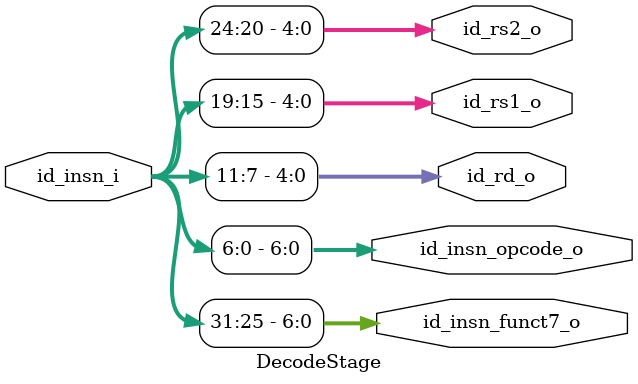
<source format=sv>
`include "Defines.sv"
`timescale 1ns/10ps
module DecodeStage(
    input logic [31:0] id_insn_i,

    output logic [ 6:0] id_insn_funct7_o,
    output logic [ 6:0] id_insn_opcode_o,
    output logic [ 4:0] id_rd_o,
    output logic [ 4:0] id_rs1_o,
    output logic [ 4:0] id_rs2_o
);

    assign id_insn_funct7_o = id_insn_i[31:25];
    assign id_insn_opcode_o = id_insn_i[6:0];
    assign id_rd_o          = id_insn_i[11:7];
    assign id_rs1_o         = id_insn_i[19:15];
    assign id_rs2_o         = id_insn_i[24:20];

endmodule : DecodeStage
</source>
